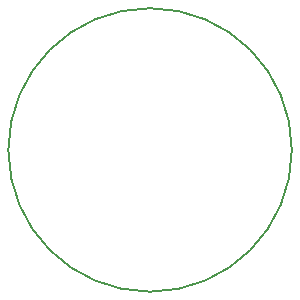
<source format=gbr>
%TF.GenerationSoftware,KiCad,Pcbnew,7.0.6-0*%
%TF.CreationDate,2024-07-04T16:38:01+08:00*%
%TF.ProjectId,led2835,6c656432-3833-4352-9e6b-696361645f70,rev?*%
%TF.SameCoordinates,Original*%
%TF.FileFunction,Profile,NP*%
%FSLAX46Y46*%
G04 Gerber Fmt 4.6, Leading zero omitted, Abs format (unit mm)*
G04 Created by KiCad (PCBNEW 7.0.6-0) date 2024-07-04 16:38:01*
%MOMM*%
%LPD*%
G01*
G04 APERTURE LIST*
%TA.AperFunction,Profile*%
%ADD10C,0.200000*%
%TD*%
G04 APERTURE END LIST*
D10*
X162000000Y-100000000D02*
G75*
G03*
X162000000Y-100000000I-12000000J0D01*
G01*
M02*

</source>
